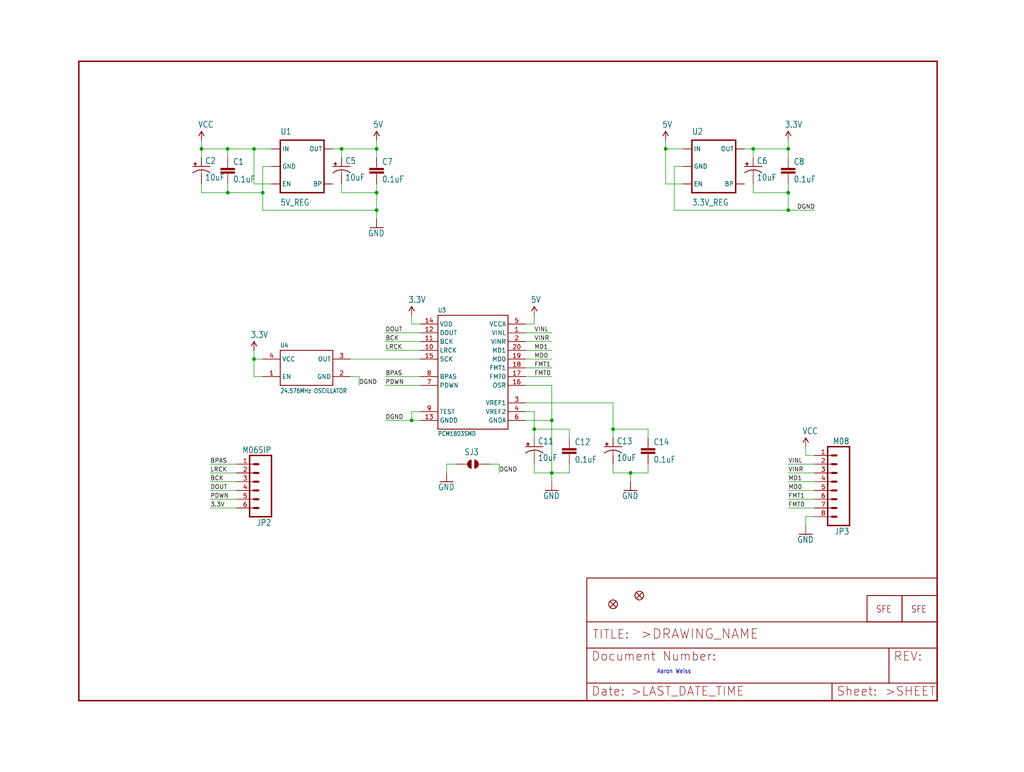
<source format=kicad_sch>
(kicad_sch (version 20211123) (generator eeschema)
  (paper "User" 297.002 223.926)
  (lib_symbols
    (symbol "schematicEagle-eagle-import:3.3V" (power)
      (property "Value" "3.3V" (at -1.016 3.556 0))
      (symbol "3.3V_1_0"
        (polyline (pts (xy 0 2.54) (xy -0.762 1.27)) (stroke (width 0.254)))
        (polyline (pts (xy 0.762 1.27) (xy 0 2.54)) (stroke (width 0.254)))
        (pin power_in line (at 0 0 90) (length 2.54) (name "3.3V") (number "1"))
      )
    )
    (symbol "schematicEagle-eagle-import:5V" (power)
      (property "Value" "5V" (at -1.016 3.556 0))
      (symbol "5V_1_0"
        (polyline (pts (xy 0 2.54) (xy -0.762 1.27)) (stroke (width 0.254)))
        (polyline (pts (xy 0.762 1.27) (xy 0 2.54)) (stroke (width 0.254)))
        (pin power_in line (at 0 0 90) (length 2.54) (name "5V") (number "1"))
      )
    )
    (symbol "schematicEagle-eagle-import:CAP0402-CAP"
      (property "Reference" "C" (at 1.524 2.921 0))
      (property "Value" "CAP0402-CAP" (at 1.524 -2.159 0))
      (symbol "CAP0402-CAP_1_0"
        (rectangle (start -2.032 0.508) (end 2.032 1.016) (fill (type outline)))
        (rectangle (start -2.032 1.524) (end 2.032 2.032) (fill (type outline)))
        (polyline (pts (xy 0 0) (xy 0 0.508)) (stroke (width 0.1524)))
        (polyline (pts (xy 0 2.54) (xy 0 2.032)) (stroke (width 0.1524)))
        (pin passive line (at 0 5.08 270) (length 2.54) (name "1") (number "1"))
        (pin passive line (at 0 -2.54 90) (length 2.54) (name "2") (number "2"))
      )
    )
    (symbol "schematicEagle-eagle-import:CAP_POL1206"
      (property "Reference" "C" (at 1.016 0.635 0))
      (property "Value" "CAP_POL1206" (at 1.016 -4.191 0))
      (symbol "CAP_POL1206_1_0"
        (rectangle (start -2.253 0.668) (end -1.364 0.795) (fill (type outline)))
        (rectangle (start -1.872 0.287) (end -1.745 1.176) (fill (type outline)))
        (arc (start 0 -1.0161) (mid -1.3021 -1.2302) (end -2.4669 -1.8504) (stroke (width 0.254)))
        (polyline (pts (xy -2.54 0) (xy 2.54 0)) (stroke (width 0.254)))
        (polyline (pts (xy 0 -1.016) (xy 0 -2.54)) (stroke (width 0.1524)))
        (arc (start 2.4892 -1.8542) (mid 1.3158 -1.2195) (end 0 -1) (stroke (width 0.254)))
        (pin passive line (at 0 2.54 270) (length 2.54) (name "+") (number "A"))
        (pin passive line (at 0 -5.08 90) (length 2.54) (name "-") (number "C"))
      )
    )
    (symbol "schematicEagle-eagle-import:FIDUCIAL1X2"
      (symbol "FIDUCIAL1X2_1_0"
        (polyline (pts (xy -0.762 0.762) (xy 0.762 -0.762)) (stroke (width 0.254)))
        (polyline (pts (xy 0.762 0.762) (xy -0.762 -0.762)) (stroke (width 0.254)))
        (circle (center 0 0) (radius 1.27) (stroke (width 0.254)))
      )
    )
    (symbol "schematicEagle-eagle-import:FRAME-LETTER"
      (symbol "FRAME-LETTER_1_0"
        (polyline (pts (xy 0 0) (xy 248.92 0)) (stroke (width 0.4064)))
        (polyline (pts (xy 0 185.42) (xy 0 0)) (stroke (width 0.4064)))
        (polyline (pts (xy 0 185.42) (xy 248.92 185.42)) (stroke (width 0.4064)))
        (polyline (pts (xy 248.92 185.42) (xy 248.92 0)) (stroke (width 0.4064)))
      )
      (symbol "FRAME-LETTER_2_0"
        (polyline (pts (xy 0 0) (xy 0 5.08)) (stroke (width 0.254)))
        (polyline (pts (xy 0 0) (xy 71.12 0)) (stroke (width 0.254)))
        (polyline (pts (xy 0 5.08) (xy 0 15.24)) (stroke (width 0.254)))
        (polyline (pts (xy 0 5.08) (xy 71.12 5.08)) (stroke (width 0.254)))
        (polyline (pts (xy 0 15.24) (xy 0 22.86)) (stroke (width 0.254)))
        (polyline (pts (xy 0 22.86) (xy 0 35.56)) (stroke (width 0.254)))
        (polyline (pts (xy 0 22.86) (xy 101.6 22.86)) (stroke (width 0.254)))
        (polyline (pts (xy 71.12 0) (xy 101.6 0)) (stroke (width 0.254)))
        (polyline (pts (xy 71.12 5.08) (xy 71.12 0)) (stroke (width 0.254)))
        (polyline (pts (xy 71.12 5.08) (xy 87.63 5.08)) (stroke (width 0.254)))
        (polyline (pts (xy 87.63 5.08) (xy 101.6 5.08)) (stroke (width 0.254)))
        (polyline (pts (xy 87.63 15.24) (xy 0 15.24)) (stroke (width 0.254)))
        (polyline (pts (xy 87.63 15.24) (xy 87.63 5.08)) (stroke (width 0.254)))
        (polyline (pts (xy 101.6 5.08) (xy 101.6 0)) (stroke (width 0.254)))
        (polyline (pts (xy 101.6 15.24) (xy 87.63 15.24)) (stroke (width 0.254)))
        (polyline (pts (xy 101.6 15.24) (xy 101.6 5.08)) (stroke (width 0.254)))
        (polyline (pts (xy 101.6 22.86) (xy 101.6 15.24)) (stroke (width 0.254)))
        (polyline (pts (xy 101.6 35.56) (xy 0 35.56)) (stroke (width 0.254)))
        (polyline (pts (xy 101.6 35.56) (xy 101.6 22.86)) (stroke (width 0.254)))
        (text ">DRAWING_NAME" (at 15.494 17.78 0) (effects (font (size 2.7432 2.7432)) (justify left bottom)))
        (text ">LAST_DATE_TIME" (at 12.7 1.27 0) (effects (font (size 2.54 2.54)) (justify left bottom)))
        (text ">SHEET" (at 86.36 1.27 0) (effects (font (size 2.54 2.54)) (justify left bottom)))
        (text "Date:" (at 1.27 1.27 0) (effects (font (size 2.54 2.54)) (justify left bottom)))
        (text "Document Number:" (at 1.27 11.43 0) (effects (font (size 2.54 2.54)) (justify left bottom)))
        (text "REV:" (at 88.9 11.43 0) (effects (font (size 2.54 2.54)) (justify left bottom)))
        (text "Sheet:" (at 72.39 1.27 0) (effects (font (size 2.54 2.54)) (justify left bottom)))
        (text "TITLE:" (at 1.524 17.78 0) (effects (font (size 2.54 2.54)) (justify left bottom)))
      )
    )
    (symbol "schematicEagle-eagle-import:GND" (power)
      (property "Value" "GND" (at -2.54 -2.54 0))
      (symbol "GND_1_0"
        (polyline (pts (xy -1.905 0) (xy 1.905 0)) (stroke (width 0.254)))
        (pin power_in line (at 0 2.54 270) (length 2.54) (name "GND") (number "1"))
      )
    )
    (symbol "schematicEagle-eagle-import:LOGO-SFENEW"
      (symbol "LOGO-SFENEW_1_0"
        (polyline (pts (xy -2.54 -2.54) (xy 7.62 -2.54)) (stroke (width 0.254)))
        (polyline (pts (xy -2.54 5.08) (xy -2.54 -2.54)) (stroke (width 0.254)))
        (polyline (pts (xy 7.62 -2.54) (xy 7.62 5.08)) (stroke (width 0.254)))
        (polyline (pts (xy 7.62 5.08) (xy -2.54 5.08)) (stroke (width 0.254)))
        (text "SFE" (at 0 0 0) (effects (font (size 1.9304 1.6408)) (justify left bottom)))
      )
    )
    (symbol "schematicEagle-eagle-import:LOGO-SFESK"
      (symbol "LOGO-SFESK_1_0"
        (polyline (pts (xy -2.54 -2.54) (xy 7.62 -2.54)) (stroke (width 0.254)))
        (polyline (pts (xy -2.54 5.08) (xy -2.54 -2.54)) (stroke (width 0.254)))
        (polyline (pts (xy 7.62 -2.54) (xy 7.62 5.08)) (stroke (width 0.254)))
        (polyline (pts (xy 7.62 5.08) (xy -2.54 5.08)) (stroke (width 0.254)))
        (text "SFE" (at 0 0 0) (effects (font (size 1.9304 1.6408)) (justify left bottom)))
      )
    )
    (symbol "schematicEagle-eagle-import:M06SIP"
      (property "Reference" "JP" (at -5.08 10.922 0))
      (property "Value" "M06SIP" (at -5.08 -10.16 0))
      (symbol "M06SIP_1_0"
        (polyline (pts (xy -5.08 10.16) (xy -5.08 -7.62)) (stroke (width 0.4064)))
        (polyline (pts (xy -5.08 10.16) (xy 1.27 10.16)) (stroke (width 0.4064)))
        (polyline (pts (xy -1.27 -5.08) (xy 0 -5.08)) (stroke (width 0.6096)))
        (polyline (pts (xy -1.27 -2.54) (xy 0 -2.54)) (stroke (width 0.6096)))
        (polyline (pts (xy -1.27 0) (xy 0 0)) (stroke (width 0.6096)))
        (polyline (pts (xy -1.27 2.54) (xy 0 2.54)) (stroke (width 0.6096)))
        (polyline (pts (xy -1.27 5.08) (xy 0 5.08)) (stroke (width 0.6096)))
        (polyline (pts (xy -1.27 7.62) (xy 0 7.62)) (stroke (width 0.6096)))
        (polyline (pts (xy 1.27 -7.62) (xy -5.08 -7.62)) (stroke (width 0.4064)))
        (polyline (pts (xy 1.27 -7.62) (xy 1.27 10.16)) (stroke (width 0.4064)))
        (pin passive line (at 5.08 -5.08 180) (length 5.08) (name "1") (number "1"))
        (pin passive line (at 5.08 -2.54 180) (length 5.08) (name "2") (number "2"))
        (pin passive line (at 5.08 0 180) (length 5.08) (name "3") (number "3"))
        (pin passive line (at 5.08 2.54 180) (length 5.08) (name "4") (number "4"))
        (pin passive line (at 5.08 5.08 180) (length 5.08) (name "5") (number "5"))
        (pin passive line (at 5.08 7.62 180) (length 5.08) (name "6") (number "6"))
      )
    )
    (symbol "schematicEagle-eagle-import:M08"
      (property "Reference" "JP" (at -5.08 13.462 0))
      (property "Value" "M08" (at -5.08 -12.7 0))
      (symbol "M08_1_0"
        (polyline (pts (xy -5.08 12.7) (xy -5.08 -10.16)) (stroke (width 0.4064)))
        (polyline (pts (xy -5.08 12.7) (xy 1.27 12.7)) (stroke (width 0.4064)))
        (polyline (pts (xy -1.27 -7.62) (xy 0 -7.62)) (stroke (width 0.6096)))
        (polyline (pts (xy -1.27 -5.08) (xy 0 -5.08)) (stroke (width 0.6096)))
        (polyline (pts (xy -1.27 -2.54) (xy 0 -2.54)) (stroke (width 0.6096)))
        (polyline (pts (xy -1.27 0) (xy 0 0)) (stroke (width 0.6096)))
        (polyline (pts (xy -1.27 2.54) (xy 0 2.54)) (stroke (width 0.6096)))
        (polyline (pts (xy -1.27 5.08) (xy 0 5.08)) (stroke (width 0.6096)))
        (polyline (pts (xy -1.27 7.62) (xy 0 7.62)) (stroke (width 0.6096)))
        (polyline (pts (xy -1.27 10.16) (xy 0 10.16)) (stroke (width 0.6096)))
        (polyline (pts (xy 1.27 -10.16) (xy -5.08 -10.16)) (stroke (width 0.4064)))
        (polyline (pts (xy 1.27 -10.16) (xy 1.27 12.7)) (stroke (width 0.4064)))
        (pin passive line (at 5.08 -7.62 180) (length 5.08) (name "1") (number "1"))
        (pin passive line (at 5.08 -5.08 180) (length 5.08) (name "2") (number "2"))
        (pin passive line (at 5.08 -2.54 180) (length 5.08) (name "3") (number "3"))
        (pin passive line (at 5.08 0 180) (length 5.08) (name "4") (number "4"))
        (pin passive line (at 5.08 2.54 180) (length 5.08) (name "5") (number "5"))
        (pin passive line (at 5.08 5.08 180) (length 5.08) (name "6") (number "6"))
        (pin passive line (at 5.08 7.62 180) (length 5.08) (name "7") (number "7"))
        (pin passive line (at 5.08 10.16 180) (length 5.08) (name "8") (number "8"))
      )
    )
    (symbol "schematicEagle-eagle-import:OSCILLATORSMD6"
      (property "Reference" "U" (at -7.62 5.842 0))
      (property "Value" "OSCILLATORSMD6" (at -7.62 -7.366 0))
      (symbol "OSCILLATORSMD6_1_0"
        (polyline (pts (xy -7.62 -5.08) (xy -7.62 5.08)) (stroke (width 0.254)))
        (polyline (pts (xy -7.62 5.08) (xy 7.62 5.08)) (stroke (width 0.254)))
        (polyline (pts (xy 7.62 -5.08) (xy -7.62 -5.08)) (stroke (width 0.254)))
        (polyline (pts (xy 7.62 5.08) (xy 7.62 -5.08)) (stroke (width 0.254)))
        (pin bidirectional line (at -12.7 -2.54 0) (length 5.08) (name "EN") (number "1"))
        (pin bidirectional line (at 12.7 -2.54 180) (length 5.08) (name "GND") (number "2"))
        (pin bidirectional line (at 12.7 2.54 180) (length 5.08) (name "OUT") (number "3"))
        (pin bidirectional line (at -12.7 2.54 0) (length 5.08) (name "VCC") (number "4"))
      )
    )
    (symbol "schematicEagle-eagle-import:PCM1803SMD"
      (property "Reference" "U" (at -10.16 13.462 0))
      (property "Value" "PCM1803SMD" (at -10.16 -22.352 0))
      (symbol "PCM1803SMD_1_0"
        (polyline (pts (xy -10.16 -20.32) (xy 10.16 -20.32)) (stroke (width 0.254)))
        (polyline (pts (xy -10.16 12.7) (xy -10.16 -20.32)) (stroke (width 0.254)))
        (polyline (pts (xy 10.16 -20.32) (xy 10.16 12.7)) (stroke (width 0.254)))
        (polyline (pts (xy 10.16 12.7) (xy -10.16 12.7)) (stroke (width 0.254)))
        (pin bidirectional line (at 15.24 7.62 180) (length 5.08) (name "VINL") (number "1"))
        (pin bidirectional line (at -15.24 2.54 0) (length 5.08) (name "LRCK") (number "10"))
        (pin bidirectional line (at -15.24 5.08 0) (length 5.08) (name "BCK") (number "11"))
        (pin bidirectional line (at -15.24 7.62 0) (length 5.08) (name "DOUT") (number "12"))
        (pin bidirectional line (at -15.24 -17.78 0) (length 5.08) (name "GNDD") (number "13"))
        (pin bidirectional line (at -15.24 10.16 0) (length 5.08) (name "VDD") (number "14"))
        (pin bidirectional line (at -15.24 0 0) (length 5.08) (name "SCK") (number "15"))
        (pin bidirectional line (at 15.24 -7.62 180) (length 5.08) (name "OSR") (number "16"))
        (pin bidirectional line (at 15.24 -5.08 180) (length 5.08) (name "FMT0") (number "17"))
        (pin bidirectional line (at 15.24 -2.54 180) (length 5.08) (name "FMT1") (number "18"))
        (pin bidirectional line (at 15.24 0 180) (length 5.08) (name "MD0") (number "19"))
        (pin bidirectional line (at 15.24 5.08 180) (length 5.08) (name "VINR") (number "2"))
        (pin bidirectional line (at 15.24 2.54 180) (length 5.08) (name "MD1") (number "20"))
        (pin bidirectional line (at 15.24 -12.7 180) (length 5.08) (name "VREF1") (number "3"))
        (pin bidirectional line (at 15.24 -15.24 180) (length 5.08) (name "VREF2") (number "4"))
        (pin bidirectional line (at 15.24 10.16 180) (length 5.08) (name "VCCA") (number "5"))
        (pin bidirectional line (at 15.24 -17.78 180) (length 5.08) (name "GNDA") (number "6"))
        (pin bidirectional line (at -15.24 -7.62 0) (length 5.08) (name "PDWN") (number "7"))
        (pin bidirectional line (at -15.24 -5.08 0) (length 5.08) (name "BPAS") (number "8"))
        (pin bidirectional line (at -15.24 -15.24 0) (length 5.08) (name "TEST") (number "9"))
      )
    )
    (symbol "schematicEagle-eagle-import:SOLDERJUMPERTRACE"
      (property "Reference" "SJ" (at -2.54 2.54 0))
      (symbol "SOLDERJUMPERTRACE_1_0"
        (arc (start -0.381 1.2699) (mid -1.6508 0) (end -0.381 -1.2699) (stroke (width 0.0001)) (fill (type outline)))
        (polyline (pts (xy -2.54 0) (xy -1.651 0)) (stroke (width 0.1524)))
        (polyline (pts (xy 2.54 0) (xy 1.651 0)) (stroke (width 0.1524)))
        (arc (start 0.381 -1.2699) (mid 1.6508 0) (end 0.381 1.2699) (stroke (width 0.0001)) (fill (type outline)))
        (pin passive line (at -5.08 0 0) (length 2.54) (name "1") (number "1"))
        (pin passive line (at 5.08 0 180) (length 2.54) (name "2") (number "2"))
      )
    )
    (symbol "schematicEagle-eagle-import:VCC" (power)
      (property "Value" "VCC" (at -1.016 3.556 0))
      (symbol "VCC_1_0"
        (polyline (pts (xy 0 2.54) (xy -0.762 1.27)) (stroke (width 0.254)))
        (polyline (pts (xy 0.762 1.27) (xy 0 2.54)) (stroke (width 0.254)))
        (pin power_in line (at 0 0 90) (length 2.54) (name "VCC") (number "1"))
      )
    )
    (symbol "schematicEagle-eagle-import:V_REG_LDOSMD"
      (property "Value" "V_REG_LDOSMD" (at -7.62 -11.43 0))
      (symbol "V_REG_LDOSMD_1_0"
        (polyline (pts (xy -7.62 -7.62) (xy 5.08 -7.62)) (stroke (width 0.4064)))
        (polyline (pts (xy -7.62 7.62) (xy -7.62 -7.62)) (stroke (width 0.4064)))
        (polyline (pts (xy 5.08 -7.62) (xy 5.08 7.62)) (stroke (width 0.4064)))
        (polyline (pts (xy 5.08 7.62) (xy -7.62 7.62)) (stroke (width 0.4064)))
        (pin input line (at -10.16 5.08 0) (length 2.54) (name "IN") (number "1"))
        (pin input line (at -10.16 0 0) (length 2.54) (name "GND") (number "2"))
        (pin input line (at -10.16 -5.08 0) (length 2.54) (name "EN") (number "3"))
        (pin input line (at 7.62 -5.08 180) (length 2.54) (name "BP") (number "4"))
        (pin passive line (at 7.62 5.08 180) (length 2.54) (name "OUT") (number "5"))
      )
    )
  )
  (junction (at 58.42 43.18))
  (junction (at 160.02 137.16))
  (junction (at 154.94 124.46))
  (junction (at 66.04 43.18))
  (junction (at 218.44 43.18))
  (junction (at 228.6 60.96))
  (junction (at 119.38 121.92))
  (junction (at 160.02 121.92))
  (junction (at 76.2 55.88))
  (junction (at 73.66 43.18))
  (junction (at 66.04 55.88))
  (junction (at 99.06 43.18))
  (junction (at 109.22 60.96))
  (junction (at 177.8 124.46))
  (junction (at 73.66 104.14))
  (junction (at 182.88 137.16))
  (junction (at 109.22 43.18))
  (junction (at 228.6 55.88))
  (junction (at 228.6 43.18))
  (junction (at 109.22 55.88))
  (junction (at 193.04 43.18))
  (wire (pts (xy 119.38 119.38) (xy 119.38 121.92)))
  (wire (pts (xy 218.44 53.34) (xy 218.44 55.88)))
  (wire (pts (xy 177.8 124.46) (xy 177.8 127)))
  (wire (pts (xy 160.02 137.16) (xy 165.1 137.16)))
  (wire (pts (xy 193.04 43.18) (xy 193.04 53.34)))
  (wire (pts (xy 144.78 134.62) (xy 144.78 137.16)))
  (wire (pts (xy 187.96 124.46) (xy 187.96 127)))
  (wire (pts (xy 109.22 43.18) (xy 109.22 40.64)))
  (wire (pts (xy 195.58 48.26) (xy 195.58 60.96)))
  (wire (pts (xy 121.92 99.06) (xy 111.76 99.06)))
  (wire (pts (xy 154.94 137.16) (xy 160.02 137.16)))
  (wire (pts (xy 76.2 109.22) (xy 73.66 109.22)))
  (wire (pts (xy 68.58 137.16) (xy 60.96 137.16)))
  (wire (pts (xy 236.22 139.7) (xy 228.6 139.7)))
  (wire (pts (xy 193.04 43.18) (xy 193.04 40.64)))
  (wire (pts (xy 66.04 55.88) (xy 66.04 53.34)))
  (wire (pts (xy 152.4 104.14) (xy 160.02 104.14)))
  (wire (pts (xy 68.58 134.62) (xy 60.96 134.62)))
  (wire (pts (xy 152.4 106.68) (xy 160.02 106.68)))
  (wire (pts (xy 78.74 43.18) (xy 73.66 43.18)))
  (wire (pts (xy 121.92 93.98) (xy 119.38 93.98)))
  (wire (pts (xy 177.8 137.16) (xy 182.88 137.16)))
  (wire (pts (xy 129.54 134.62) (xy 129.54 137.16)))
  (wire (pts (xy 73.66 43.18) (xy 66.04 43.18)))
  (wire (pts (xy 68.58 139.7) (xy 60.96 139.7)))
  (wire (pts (xy 218.44 45.72) (xy 218.44 43.18)))
  (wire (pts (xy 99.06 45.72) (xy 99.06 43.18)))
  (wire (pts (xy 121.92 104.14) (xy 101.6 104.14)))
  (wire (pts (xy 109.22 43.18) (xy 109.22 45.72)))
  (wire (pts (xy 228.6 60.96) (xy 236.22 60.96)))
  (wire (pts (xy 109.22 60.96) (xy 109.22 63.5)))
  (wire (pts (xy 99.06 43.18) (xy 109.22 43.18)))
  (wire (pts (xy 177.8 134.62) (xy 177.8 137.16)))
  (wire (pts (xy 66.04 43.18) (xy 58.42 43.18)))
  (wire (pts (xy 218.44 55.88) (xy 228.6 55.88)))
  (wire (pts (xy 233.68 149.86) (xy 233.68 152.4)))
  (wire (pts (xy 193.04 53.34) (xy 198.12 53.34)))
  (wire (pts (xy 215.9 43.18) (xy 218.44 43.18)))
  (wire (pts (xy 76.2 55.88) (xy 76.2 60.96)))
  (wire (pts (xy 198.12 48.26) (xy 195.58 48.26)))
  (wire (pts (xy 236.22 142.24) (xy 228.6 142.24)))
  (wire (pts (xy 154.94 93.98) (xy 154.94 91.44)))
  (wire (pts (xy 160.02 137.16) (xy 160.02 139.7)))
  (wire (pts (xy 152.4 99.06) (xy 160.02 99.06)))
  (wire (pts (xy 236.22 132.08) (xy 233.68 132.08)))
  (wire (pts (xy 121.92 96.52) (xy 111.76 96.52)))
  (wire (pts (xy 228.6 43.18) (xy 228.6 40.64)))
  (wire (pts (xy 182.88 137.16) (xy 182.88 139.7)))
  (wire (pts (xy 236.22 144.78) (xy 228.6 144.78)))
  (wire (pts (xy 228.6 43.18) (xy 228.6 45.72)))
  (wire (pts (xy 177.8 124.46) (xy 187.96 124.46)))
  (wire (pts (xy 152.4 116.84) (xy 177.8 116.84)))
  (wire (pts (xy 76.2 104.14) (xy 73.66 104.14)))
  (wire (pts (xy 152.4 101.6) (xy 160.02 101.6)))
  (wire (pts (xy 154.94 124.46) (xy 154.94 127)))
  (wire (pts (xy 96.52 43.18) (xy 99.06 43.18)))
  (wire (pts (xy 121.92 101.6) (xy 111.76 101.6)))
  (wire (pts (xy 160.02 111.76) (xy 160.02 121.92)))
  (wire (pts (xy 152.4 109.22) (xy 160.02 109.22)))
  (wire (pts (xy 165.1 124.46) (xy 165.1 127)))
  (wire (pts (xy 121.92 119.38) (xy 119.38 119.38)))
  (wire (pts (xy 152.4 119.38) (xy 154.94 119.38)))
  (wire (pts (xy 101.6 109.22) (xy 104.14 109.22)))
  (wire (pts (xy 152.4 121.92) (xy 160.02 121.92)))
  (wire (pts (xy 73.66 109.22) (xy 73.66 104.14)))
  (wire (pts (xy 142.24 134.62) (xy 144.78 134.62)))
  (wire (pts (xy 68.58 147.32) (xy 60.96 147.32)))
  (wire (pts (xy 58.42 43.18) (xy 58.42 40.64)))
  (wire (pts (xy 236.22 147.32) (xy 228.6 147.32)))
  (wire (pts (xy 109.22 60.96) (xy 109.22 55.88)))
  (wire (pts (xy 73.66 43.18) (xy 73.66 53.34)))
  (wire (pts (xy 66.04 55.88) (xy 76.2 55.88)))
  (wire (pts (xy 182.88 137.16) (xy 187.96 137.16)))
  (wire (pts (xy 73.66 53.34) (xy 78.74 53.34)))
  (wire (pts (xy 218.44 43.18) (xy 228.6 43.18)))
  (wire (pts (xy 187.96 137.16) (xy 187.96 134.62)))
  (wire (pts (xy 228.6 55.88) (xy 228.6 53.34)))
  (wire (pts (xy 109.22 55.88) (xy 109.22 53.34)))
  (wire (pts (xy 154.94 124.46) (xy 165.1 124.46)))
  (wire (pts (xy 121.92 121.92) (xy 119.38 121.92)))
  (wire (pts (xy 236.22 149.86) (xy 233.68 149.86)))
  (wire (pts (xy 78.74 48.26) (xy 76.2 48.26)))
  (wire (pts (xy 154.94 119.38) (xy 154.94 124.46)))
  (wire (pts (xy 121.92 109.22) (xy 111.76 109.22)))
  (wire (pts (xy 233.68 132.08) (xy 233.68 129.54)))
  (wire (pts (xy 198.12 43.18) (xy 193.04 43.18)))
  (wire (pts (xy 73.66 104.14) (xy 73.66 101.6)))
  (wire (pts (xy 76.2 48.26) (xy 76.2 55.88)))
  (wire (pts (xy 76.2 60.96) (xy 109.22 60.96)))
  (wire (pts (xy 119.38 121.92) (xy 111.76 121.92)))
  (wire (pts (xy 236.22 134.62) (xy 228.6 134.62)))
  (wire (pts (xy 58.42 43.18) (xy 58.42 45.72)))
  (wire (pts (xy 119.38 93.98) (xy 119.38 91.44)))
  (wire (pts (xy 68.58 144.78) (xy 60.96 144.78)))
  (wire (pts (xy 104.14 109.22) (xy 104.14 111.76)))
  (wire (pts (xy 177.8 116.84) (xy 177.8 124.46)))
  (wire (pts (xy 152.4 111.76) (xy 160.02 111.76)))
  (wire (pts (xy 152.4 93.98) (xy 154.94 93.98)))
  (wire (pts (xy 66.04 43.18) (xy 66.04 45.72)))
  (wire (pts (xy 121.92 111.76) (xy 111.76 111.76)))
  (wire (pts (xy 236.22 137.16) (xy 228.6 137.16)))
  (wire (pts (xy 160.02 121.92) (xy 160.02 137.16)))
  (wire (pts (xy 152.4 96.52) (xy 160.02 96.52)))
  (wire (pts (xy 68.58 142.24) (xy 60.96 142.24)))
  (wire (pts (xy 195.58 60.96) (xy 228.6 60.96)))
  (wire (pts (xy 99.06 55.88) (xy 109.22 55.88)))
  (wire (pts (xy 58.42 53.34) (xy 58.42 55.88)))
  (wire (pts (xy 165.1 137.16) (xy 165.1 134.62)))
  (wire (pts (xy 99.06 53.34) (xy 99.06 55.88)))
  (wire (pts (xy 228.6 60.96) (xy 228.6 55.88)))
  (wire (pts (xy 154.94 134.62) (xy 154.94 137.16)))
  (wire (pts (xy 58.42 55.88) (xy 66.04 55.88)))
  (wire (pts (xy 132.08 134.62) (xy 129.54 134.62)))
  (text "Aaron Weiss" (at 190.5 195.58 180) (effects (font (size 1.27 1.0795)) (justify left bottom)))
  (label "DOUT" (at 60.96 142.24 0) (effects (font (size 1.2446 1.2446))))
  (label "LRCK" (at 111.76 101.6 0) (effects (font (size 1.2446 1.2446))))
  (label "MD0" (at 154.94 104.14 0) (effects (font (size 1.2446 1.2446))))
  (label "FMT1" (at 154.94 106.68 0) (effects (font (size 1.2446 1.2446))))
  (label "BPAS" (at 111.76 109.22 0) (effects (font (size 1.2446 1.2446))))
  (label "FMT0" (at 228.6 147.32 0) (effects (font (size 1.2446 1.2446))))
  (label "PDWN" (at 111.76 111.76 0) (effects (font (size 1.2446 1.2446))))
  (label "DOUT" (at 111.76 96.52 0) (effects (font (size 1.2446 1.2446))))
  (label "VINR" (at 228.6 137.16 0) (effects (font (size 1.2446 1.2446))))
  (label "VINL" (at 154.94 96.52 0) (effects (font (size 1.2446 1.2446))))
  (label "BCK" (at 111.76 99.06 0) (effects (font (size 1.2446 1.2446))))
  (label "MD0" (at 228.6 142.24 0) (effects (font (size 1.2446 1.2446))))
  (label "LRCK" (at 60.96 137.16 0) (effects (font (size 1.2446 1.2446))))
  (label "PDWN" (at 60.96 144.78 0) (effects (font (size 1.2446 1.2446))))
  (label "FMT0" (at 154.94 109.22 0) (effects (font (size 1.2446 1.2446))))
  (label "BCK" (at 60.96 139.7 0) (effects (font (size 1.2446 1.2446))))
  (label "DGND" (at 231.14 60.96 0) (effects (font (size 1.2446 1.2446))))
  (label "MD1" (at 228.6 139.7 0) (effects (font (size 1.2446 1.2446))))
  (label "VINR" (at 154.94 99.06 0) (effects (font (size 1.2446 1.2446))))
  (label "3.3V" (at 60.96 147.32 0) (effects (font (size 1.2446 1.2446))))
  (label "DGND" (at 144.78 137.16 0) (effects (font (size 1.2446 1.2446))))
  (label "BPAS" (at 60.96 134.62 0) (effects (font (size 1.2446 1.2446))))
  (label "VINL" (at 228.6 134.62 0) (effects (font (size 1.2446 1.2446))))
  (label "DGND" (at 111.76 121.92 0) (effects (font (size 1.2446 1.2446))))
  (label "FMT1" (at 228.6 144.78 0) (effects (font (size 1.2446 1.2446))))
  (label "MD1" (at 154.94 101.6 0) (effects (font (size 1.2446 1.2446))))
  (label "DGND" (at 104.14 111.76 0) (effects (font (size 1.2446 1.2446))))
  (symbol (lib_id "schematicEagle-eagle-import:3.3V") (at 228.6 40.64 0) (unit 1)
    (property "Reference" "#P+1" (effects hide))
    (property "Value" "3.3V" (at 227.584 37.084 0) (effects (font (size 1.778 1.5113)) (justify left bottom)))
    (property "Footprint" "schematicEagle:" (effects hide))
  )
  (symbol (lib_id "schematicEagle-eagle-import:CAP_POL1206") (at 58.42 48.26 0) (unit 1)
    (property "Reference" "C2" (at 59.436 47.625 0) (effects (font (size 1.778 1.5113)) (justify left bottom)))
    (property "Value" "10uF" (at 59.436 52.451 0) (effects (font (size 1.778 1.5113)) (justify left bottom)))
    (property "Footprint" "schematicEagle:EIA3216" (effects hide))
  )
  (symbol (lib_id "schematicEagle-eagle-import:CAP0402-CAP") (at 165.1 132.08 0) (unit 1)
    (property "Reference" "C12" (at 166.624 129.159 0) (effects (font (size 1.778 1.5113)) (justify left bottom)))
    (property "Value" "0.1uF" (at 166.624 134.239 0) (effects (font (size 1.778 1.5113)) (justify left bottom)))
    (property "Footprint" "schematicEagle:0402-CAP" (effects hide))
  )
  (symbol (lib_id "schematicEagle-eagle-import:FRAME-LETTER") (at 170.18 203.2 0) (unit 2)
    (property "Reference" "#FRAME1" (effects hide))
    (property "Value" "FRAME-LETTER" (effects hide))
    (property "Footprint" "schematicEagle:" (effects hide))
  )
  (symbol (lib_id "schematicEagle-eagle-import:GND") (at 233.68 154.94 0) (unit 1)
    (property "Reference" "#GND1" (effects hide))
    (property "Value" "GND" (at 231.14 157.48 0) (effects (font (size 1.778 1.5113)) (justify left bottom)))
    (property "Footprint" "schematicEagle:" (effects hide))
  )
  (symbol (lib_id "schematicEagle-eagle-import:5V") (at 193.04 40.64 0) (unit 1)
    (property "Reference" "#U$3" (effects hide))
    (property "Value" "5V" (at 192.024 37.084 0) (effects (font (size 1.778 1.5113)) (justify left bottom)))
    (property "Footprint" "schematicEagle:" (effects hide))
  )
  (symbol (lib_id "schematicEagle-eagle-import:CAP0402-CAP") (at 187.96 132.08 0) (unit 1)
    (property "Reference" "C14" (at 189.484 129.159 0) (effects (font (size 1.778 1.5113)) (justify left bottom)))
    (property "Value" "0.1uF" (at 189.484 134.239 0) (effects (font (size 1.778 1.5113)) (justify left bottom)))
    (property "Footprint" "schematicEagle:0402-CAP" (effects hide))
  )
  (symbol (lib_id "schematicEagle-eagle-import:5V") (at 109.22 40.64 0) (unit 1)
    (property "Reference" "#U$1" (effects hide))
    (property "Value" "5V" (at 108.204 37.084 0) (effects (font (size 1.778 1.5113)) (justify left bottom)))
    (property "Footprint" "schematicEagle:" (effects hide))
  )
  (symbol (lib_id "schematicEagle-eagle-import:CAP_POL1206") (at 218.44 48.26 0) (unit 1)
    (property "Reference" "C6" (at 219.456 47.625 0) (effects (font (size 1.778 1.5113)) (justify left bottom)))
    (property "Value" "10uF" (at 219.456 52.451 0) (effects (font (size 1.778 1.5113)) (justify left bottom)))
    (property "Footprint" "schematicEagle:EIA3216" (effects hide))
  )
  (symbol (lib_id "schematicEagle-eagle-import:CAP0402-CAP") (at 109.22 50.8 0) (unit 1)
    (property "Reference" "C7" (at 110.744 47.879 0) (effects (font (size 1.778 1.5113)) (justify left bottom)))
    (property "Value" "0.1uF" (at 110.744 52.959 0) (effects (font (size 1.778 1.5113)) (justify left bottom)))
    (property "Footprint" "schematicEagle:0402-CAP" (effects hide))
  )
  (symbol (lib_id "schematicEagle-eagle-import:GND") (at 129.54 139.7 0) (unit 1)
    (property "Reference" "#GND6" (effects hide))
    (property "Value" "GND" (at 127 142.24 0) (effects (font (size 1.778 1.5113)) (justify left bottom)))
    (property "Footprint" "schematicEagle:" (effects hide))
  )
  (symbol (lib_id "schematicEagle-eagle-import:CAP0402-CAP") (at 228.6 50.8 0) (unit 1)
    (property "Reference" "C8" (at 230.124 47.879 0) (effects (font (size 1.778 1.5113)) (justify left bottom)))
    (property "Value" "0.1uF" (at 230.124 52.959 0) (effects (font (size 1.778 1.5113)) (justify left bottom)))
    (property "Footprint" "schematicEagle:0402-CAP" (effects hide))
  )
  (symbol (lib_id "schematicEagle-eagle-import:OSCILLATORSMD6") (at 88.9 106.68 0) (unit 1)
    (property "Reference" "U4" (at 81.28 100.838 0) (effects (font (size 1.27 1.0795)) (justify left bottom)))
    (property "Value" "24.576MHz OSCILLATOR" (at 81.28 114.046 0) (effects (font (size 1.27 1.0795)) (justify left bottom)))
    (property "Footprint" "schematicEagle:CRYSTAL-SMD-7.5X5.2-6PIN" (effects hide))
  )
  (symbol (lib_id "schematicEagle-eagle-import:3.3V") (at 119.38 91.44 0) (unit 1)
    (property "Reference" "#P+2" (effects hide))
    (property "Value" "3.3V" (at 118.364 87.884 0) (effects (font (size 1.778 1.5113)) (justify left bottom)))
    (property "Footprint" "schematicEagle:" (effects hide))
  )
  (symbol (lib_id "schematicEagle-eagle-import:V_REG_LDOSMD") (at 88.9 48.26 0) (unit 1)
    (property "Reference" "U1" (at 81.28 39.116 0) (effects (font (size 1.778 1.5113)) (justify left bottom)))
    (property "Value" "5V_REG" (at 81.28 59.69 0) (effects (font (size 1.778 1.5113)) (justify left bottom)))
    (property "Footprint" "schematicEagle:SOT23-5" (effects hide))
  )
  (symbol (lib_id "schematicEagle-eagle-import:M06SIP") (at 73.66 139.7 180) (unit 1)
    (property "Reference" "JP2" (at 78.74 150.622 0) (effects (font (size 1.778 1.5113)) (justify left bottom)))
    (property "Value" "M06SIP" (at 78.74 129.54 0) (effects (font (size 1.778 1.5113)) (justify left bottom)))
    (property "Footprint" "schematicEagle:1X06" (effects hide))
  )
  (symbol (lib_id "schematicEagle-eagle-import:VCC") (at 233.68 129.54 0) (unit 1)
    (property "Reference" "#P+5" (effects hide))
    (property "Value" "VCC" (at 232.664 125.984 0) (effects (font (size 1.778 1.5113)) (justify left bottom)))
    (property "Footprint" "schematicEagle:" (effects hide))
  )
  (symbol (lib_id "schematicEagle-eagle-import:CAP0402-CAP") (at 66.04 50.8 0) (unit 1)
    (property "Reference" "C1" (at 67.564 47.879 0) (effects (font (size 1.778 1.5113)) (justify left bottom)))
    (property "Value" "0.1uF" (at 67.564 52.959 0) (effects (font (size 1.778 1.5113)) (justify left bottom)))
    (property "Footprint" "schematicEagle:0402-CAP" (effects hide))
  )
  (symbol (lib_id "schematicEagle-eagle-import:VCC") (at 58.42 40.64 0) (unit 1)
    (property "Reference" "#P+4" (effects hide))
    (property "Value" "VCC" (at 57.404 37.084 0) (effects (font (size 1.778 1.5113)) (justify left bottom)))
    (property "Footprint" "schematicEagle:" (effects hide))
  )
  (symbol (lib_id "schematicEagle-eagle-import:GND") (at 160.02 142.24 0) (unit 1)
    (property "Reference" "#GND3" (effects hide))
    (property "Value" "GND" (at 157.48 144.78 0) (effects (font (size 1.778 1.5113)) (justify left bottom)))
    (property "Footprint" "schematicEagle:" (effects hide))
  )
  (symbol (lib_id "schematicEagle-eagle-import:LOGO-SFESK") (at 254 177.8 0) (unit 1)
    (property "Reference" "JP1" (effects hide))
    (property "Value" "LOGO-SFESK" (effects hide))
    (property "Footprint" "schematicEagle:SFE-LOGO-FLAME" (effects hide))
  )
  (symbol (lib_id "schematicEagle-eagle-import:LOGO-SFENEW") (at 264.16 177.8 0) (unit 1)
    (property "Reference" "U$4" (effects hide))
    (property "Value" "LOGO-SFENEW" (effects hide))
    (property "Footprint" "schematicEagle:SFE-NEW-WEBLOGO" (effects hide))
  )
  (symbol (lib_id "schematicEagle-eagle-import:FRAME-LETTER") (at 22.86 203.2 0) (unit 1)
    (property "Reference" "#FRAME1" (effects hide))
    (property "Value" "FRAME-LETTER" (effects hide))
    (property "Footprint" "schematicEagle:" (effects hide))
  )
  (symbol (lib_id "schematicEagle-eagle-import:PCM1803SMD") (at 137.16 104.14 0) (unit 1)
    (property "Reference" "U3" (at 127 90.678 0) (effects (font (size 1.27 1.0795)) (justify left bottom)))
    (property "Value" "PCM1803SMD" (at 127 126.492 0) (effects (font (size 1.27 1.0795)) (justify left bottom)))
    (property "Footprint" "schematicEagle:SSOP20" (effects hide))
  )
  (symbol (lib_id "schematicEagle-eagle-import:FIDUCIAL1X2") (at 185.42 172.72 0) (unit 1)
    (property "Reference" "JP5" (effects hide))
    (property "Value" "FIDUCIAL1X2" (effects hide))
    (property "Footprint" "schematicEagle:FIDUCIAL-1X2" (effects hide))
  )
  (symbol (lib_id "schematicEagle-eagle-import:GND") (at 182.88 142.24 0) (unit 1)
    (property "Reference" "#GND4" (effects hide))
    (property "Value" "GND" (at 180.34 144.78 0) (effects (font (size 1.778 1.5113)) (justify left bottom)))
    (property "Footprint" "schematicEagle:" (effects hide))
  )
  (symbol (lib_id "schematicEagle-eagle-import:5V") (at 154.94 91.44 0) (unit 1)
    (property "Reference" "#U$2" (effects hide))
    (property "Value" "5V" (at 153.924 87.884 0) (effects (font (size 1.778 1.5113)) (justify left bottom)))
    (property "Footprint" "schematicEagle:" (effects hide))
  )
  (symbol (lib_id "schematicEagle-eagle-import:CAP_POL1206") (at 177.8 129.54 0) (unit 1)
    (property "Reference" "C13" (at 178.816 128.905 0) (effects (font (size 1.778 1.5113)) (justify left bottom)))
    (property "Value" "10uF" (at 178.816 133.731 0) (effects (font (size 1.778 1.5113)) (justify left bottom)))
    (property "Footprint" "schematicEagle:EIA3216" (effects hide))
  )
  (symbol (lib_id "schematicEagle-eagle-import:FIDUCIAL1X2") (at 177.8 175.26 0) (unit 1)
    (property "Reference" "JP4" (effects hide))
    (property "Value" "FIDUCIAL1X2" (effects hide))
    (property "Footprint" "schematicEagle:FIDUCIAL-1X2" (effects hide))
  )
  (symbol (lib_id "schematicEagle-eagle-import:M08") (at 241.3 139.7 180) (unit 1)
    (property "Reference" "JP3" (at 246.38 153.162 0) (effects (font (size 1.778 1.5113)) (justify left bottom)))
    (property "Value" "M08" (at 246.38 127 0) (effects (font (size 1.778 1.5113)) (justify left bottom)))
    (property "Footprint" "schematicEagle:1X08" (effects hide))
  )
  (symbol (lib_id "schematicEagle-eagle-import:CAP_POL1206") (at 99.06 48.26 0) (unit 1)
    (property "Reference" "C5" (at 100.076 47.625 0) (effects (font (size 1.778 1.5113)) (justify left bottom)))
    (property "Value" "10uF" (at 100.076 52.451 0) (effects (font (size 1.778 1.5113)) (justify left bottom)))
    (property "Footprint" "schematicEagle:EIA3216" (effects hide))
  )
  (symbol (lib_id "schematicEagle-eagle-import:V_REG_LDOSMD") (at 208.28 48.26 0) (unit 1)
    (property "Reference" "U2" (at 200.66 39.116 0) (effects (font (size 1.778 1.5113)) (justify left bottom)))
    (property "Value" "3.3V_REG" (at 200.66 59.69 0) (effects (font (size 1.778 1.5113)) (justify left bottom)))
    (property "Footprint" "schematicEagle:SOT23-5" (effects hide))
  )
  (symbol (lib_id "schematicEagle-eagle-import:CAP_POL1206") (at 154.94 129.54 0) (unit 1)
    (property "Reference" "C11" (at 155.956 128.905 0) (effects (font (size 1.778 1.5113)) (justify left bottom)))
    (property "Value" "10uF" (at 155.956 133.731 0) (effects (font (size 1.778 1.5113)) (justify left bottom)))
    (property "Footprint" "schematicEagle:EIA3216" (effects hide))
  )
  (symbol (lib_id "schematicEagle-eagle-import:3.3V") (at 73.66 101.6 0) (unit 1)
    (property "Reference" "#P+3" (effects hide))
    (property "Value" "3.3V" (at 72.644 98.044 0) (effects (font (size 1.778 1.5113)) (justify left bottom)))
    (property "Footprint" "schematicEagle:" (effects hide))
  )
  (symbol (lib_id "schematicEagle-eagle-import:SOLDERJUMPERTRACE") (at 137.16 134.62 0) (unit 1)
    (property "Reference" "SJ3" (at 134.62 132.08 0) (effects (font (size 1.778 1.5113)) (justify left bottom)))
    (property "Value" "SOLDERJUMPERTRACE" (effects hide))
    (property "Footprint" "schematicEagle:SJ_2S-TRACE" (effects hide))
  )
  (symbol (lib_id "schematicEagle-eagle-import:GND") (at 109.22 66.04 0) (unit 1)
    (property "Reference" "#GND2" (effects hide))
    (property "Value" "GND" (at 106.68 68.58 0) (effects (font (size 1.778 1.5113)) (justify left bottom)))
    (property "Footprint" "schematicEagle:" (effects hide))
  )
)
</source>
